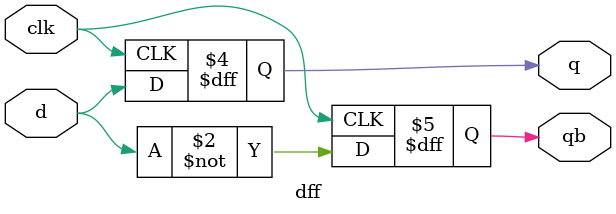
<source format=v>
module dff(clk,d,q,qb);
input clk,d;
output q,qb;
reg q,qb;
initial
begin
 q=1'b0;
 qb=1'b1;

end
always @(posedge clk)
  begin
    q=d;
    qb= ~d;
  end
endmodule

</source>
